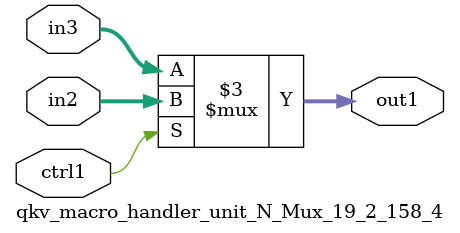
<source format=v>

`timescale 1ps / 1ps


module qkv_macro_handler_unit_N_Mux_19_2_158_4( in3, in2, ctrl1, out1 );

    input [18:0] in3;
    input [18:0] in2;
    input ctrl1;
    output [18:0] out1;
    reg [18:0] out1;

    
    // rtl_process:qkv_macro_handler_unit_N_Mux_19_2_158_4/qkv_macro_handler_unit_N_Mux_19_2_158_4_thread_1
    always @*
      begin : qkv_macro_handler_unit_N_Mux_19_2_158_4_thread_1
        case (ctrl1) 
          1'b1: 
            begin
              out1 = in2;
            end
          default: 
            begin
              out1 = in3;
            end
        endcase
      end

endmodule



</source>
